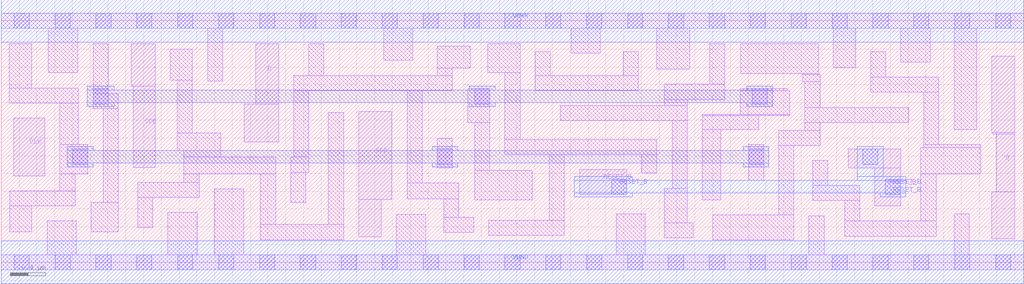
<source format=lef>
# Copyright 2020 The SkyWater PDK Authors
#
# Licensed under the Apache License, Version 2.0 (the "License");
# you may not use this file except in compliance with the License.
# You may obtain a copy of the License at
#
#     https://www.apache.org/licenses/LICENSE-2.0
#
# Unless required by applicable law or agreed to in writing, software
# distributed under the License is distributed on an "AS IS" BASIS,
# WITHOUT WARRANTIES OR CONDITIONS OF ANY KIND, either express or implied.
# See the License for the specific language governing permissions and
# limitations under the License.
#
# SPDX-License-Identifier: Apache-2.0

VERSION 5.7 ;
  NAMESCASESENSITIVE ON ;
  NOWIREEXTENSIONATPIN ON ;
  DIVIDERCHAR "/" ;
  BUSBITCHARS "[]" ;
UNITS
  DATABASE MICRONS 200 ;
END UNITS
MACRO sky130_fd_sc_hd__sdfrtp_1
  CLASS CORE ;
  FOREIGN sky130_fd_sc_hd__sdfrtp_1 ;
  ORIGIN  0.000000  0.000000 ;
  SIZE  11.50000 BY  2.720000 ;
  SYMMETRY X Y R90 ;
  SITE unithd ;
  PIN D
    ANTENNAGATEAREA  0.144000 ;
    DIRECTION INPUT ;
    USE SIGNAL ;
    PORT
      LAYER li1 ;
        RECT 2.735000 1.355000 3.120000 1.785000 ;
        RECT 2.865000 1.785000 3.120000 2.465000 ;
    END
  END D
  PIN Q
    ANTENNADIFFAREA  0.429000 ;
    DIRECTION OUTPUT ;
    USE SIGNAL ;
    PORT
      LAYER li1 ;
        RECT 11.140000 0.265000 11.400000 0.795000 ;
        RECT 11.140000 1.460000 11.400000 2.325000 ;
        RECT 11.150000 1.445000 11.400000 1.460000 ;
        RECT 11.190000 0.795000 11.400000 1.445000 ;
    END
  END Q
  PIN RESET_B
    ANTENNAGATEAREA  0.252000 ;
    DIRECTION INPUT ;
    USE SIGNAL ;
    PORT
      LAYER li1 ;
        RECT 6.505000 0.765000 7.035000 1.045000 ;
      LAYER mcon ;
        RECT 6.865000 0.765000 7.035000 0.935000 ;
    END
    PORT
      LAYER li1 ;
        RECT 9.525000 1.065000 10.115000 1.275000 ;
        RECT 9.825000 0.635000 10.115000 1.065000 ;
      LAYER mcon ;
        RECT 9.690000 1.105000  9.860000 1.275000 ;
        RECT 9.945000 0.765000 10.115000 0.935000 ;
    END
    PORT
      LAYER met1 ;
        RECT 6.445000 0.735000  7.095000 0.780000 ;
        RECT 6.445000 0.780000 10.175000 0.920000 ;
        RECT 6.445000 0.920000  7.095000 0.965000 ;
        RECT 9.630000 0.920000 10.175000 0.965000 ;
        RECT 9.630000 0.965000  9.920000 1.305000 ;
        RECT 9.885000 0.735000 10.175000 0.780000 ;
    END
  END RESET_B
  PIN SCD
    ANTENNAGATEAREA  0.156600 ;
    DIRECTION INPUT ;
    USE SIGNAL ;
    PORT
      LAYER li1 ;
        RECT 4.020000 0.285000 4.275000 0.710000 ;
        RECT 4.020000 0.710000 4.395000 1.700000 ;
    END
  END SCD
  PIN SCE
    ANTENNAGATEAREA  0.435000 ;
    DIRECTION INPUT ;
    USE SIGNAL ;
    PORT
      LAYER li1 ;
        RECT 1.465000 1.985000 1.730000 2.465000 ;
        RECT 1.485000 1.070000 1.730000 1.985000 ;
    END
  END SCE
  PIN CLK
    ANTENNAGATEAREA  0.247500 ;
    DIRECTION INPUT ;
    USE CLOCK ;
    PORT
      LAYER li1 ;
        RECT 0.140000 0.975000 0.490000 1.625000 ;
    END
  END CLK
  PIN VGND
    DIRECTION INOUT ;
    SHAPE ABUTMENT ;
    USE GROUND ;
    PORT
      LAYER met1 ;
        RECT 0.000000 -0.240000 11.500000 0.240000 ;
    END
  END VGND
  PIN VPWR
    DIRECTION INOUT ;
    SHAPE ABUTMENT ;
    USE POWER ;
    PORT
      LAYER met1 ;
        RECT 0.000000 2.480000 11.500000 2.960000 ;
    END
  END VPWR
  OBS
    LAYER li1 ;
      RECT  0.000000 -0.085000 11.500000 0.085000 ;
      RECT  0.000000  2.635000 11.500000 2.805000 ;
      RECT  0.090000  1.795000  0.865000 1.965000 ;
      RECT  0.090000  1.965000  0.345000 2.465000 ;
      RECT  0.095000  0.345000  0.345000 0.635000 ;
      RECT  0.095000  0.635000  0.835000 0.805000 ;
      RECT  0.515000  0.085000  0.845000 0.465000 ;
      RECT  0.530000  2.135000  0.860000 2.635000 ;
      RECT  0.660000  0.805000  0.835000 0.995000 ;
      RECT  0.660000  0.995000  0.975000 1.325000 ;
      RECT  0.660000  1.325000  0.865000 1.795000 ;
      RECT  1.015000  0.345000  1.315000 0.675000 ;
      RECT  1.035000  1.730000  1.315000 1.900000 ;
      RECT  1.035000  1.900000  1.205000 2.465000 ;
      RECT  1.145000  0.675000  1.315000 1.730000 ;
      RECT  1.535000  0.395000  1.705000 0.730000 ;
      RECT  1.535000  0.730000  2.225000 0.900000 ;
      RECT  1.875000  0.085000  2.205000 0.560000 ;
      RECT  1.900000  2.055000  2.150000 2.400000 ;
      RECT  1.980000  1.260000  2.470000 1.455000 ;
      RECT  1.980000  1.455000  2.150000 2.055000 ;
      RECT  2.055000  0.900000  2.225000 0.995000 ;
      RECT  2.055000  0.995000  3.085000 1.185000 ;
      RECT  2.055000  1.185000  2.470000 1.260000 ;
      RECT  2.320000  2.040000  2.490000 2.635000 ;
      RECT  2.395000  0.085000  2.725000 0.825000 ;
      RECT  2.915000  0.255000  3.850000 0.425000 ;
      RECT  2.915000  0.425000  3.085000 0.995000 ;
      RECT  3.255000  0.675000  3.425000 1.015000 ;
      RECT  3.255000  1.015000  3.460000 1.185000 ;
      RECT  3.290000  1.185000  3.460000 1.935000 ;
      RECT  3.290000  1.935000  5.075000 2.105000 ;
      RECT  3.460000  2.105000  3.630000 2.465000 ;
      RECT  3.680000  0.425000  3.850000 1.685000 ;
      RECT  4.300000  2.275000  4.630000 2.635000 ;
      RECT  4.445000  0.085000  4.775000 0.540000 ;
      RECT  4.565000  0.715000  5.145000 0.895000 ;
      RECT  4.565000  0.895000  4.735000 1.935000 ;
      RECT  4.905000  1.065000  5.075000 1.395000 ;
      RECT  4.905000  2.105000  5.075000 2.185000 ;
      RECT  4.905000  2.185000  5.275000 2.435000 ;
      RECT  4.975000  0.335000  5.315000 0.505000 ;
      RECT  4.975000  0.505000  5.145000 0.715000 ;
      RECT  5.245000  1.575000  5.495000 1.955000 ;
      RECT  5.325000  0.705000  5.975000 1.035000 ;
      RECT  5.325000  1.035000  5.495000 1.575000 ;
      RECT  5.470000  2.135000  5.835000 2.465000 ;
      RECT  5.485000  0.305000  6.335000 0.475000 ;
      RECT  5.665000  1.215000  7.375000 1.385000 ;
      RECT  5.665000  1.385000  5.835000 2.135000 ;
      RECT  6.005000  1.935000  7.165000 2.105000 ;
      RECT  6.005000  2.105000  6.175000 2.375000 ;
      RECT  6.165000  0.475000  6.335000 1.215000 ;
      RECT  6.285000  1.595000  7.715000 1.765000 ;
      RECT  6.410000  2.355000  6.740000 2.635000 ;
      RECT  6.915000  0.085000  7.245000 0.545000 ;
      RECT  6.995000  2.105000  7.165000 2.375000 ;
      RECT  7.205000  1.005000  7.375000 1.215000 ;
      RECT  7.375000  2.175000  7.745000 2.635000 ;
      RECT  7.455000  0.275000  7.785000 0.445000 ;
      RECT  7.455000  0.445000  7.715000 0.835000 ;
      RECT  7.455000  1.765000  7.715000 1.835000 ;
      RECT  7.455000  1.835000  8.140000 2.005000 ;
      RECT  7.545000  0.835000  7.715000 1.595000 ;
      RECT  7.885000  0.705000  8.095000 1.495000 ;
      RECT  7.885000  1.495000  8.520000 1.655000 ;
      RECT  7.885000  1.655000  8.870000 1.665000 ;
      RECT  7.970000  2.005000  8.140000 2.465000 ;
      RECT  8.005000  0.255000  8.915000 0.535000 ;
      RECT  8.310000  1.665000  8.870000 1.935000 ;
      RECT  8.310000  1.935000  8.840000 1.955000 ;
      RECT  8.320000  2.125000  9.190000 2.465000 ;
      RECT  8.405000  0.920000  8.575000 1.325000 ;
      RECT  8.745000  0.535000  8.915000 1.315000 ;
      RECT  8.745000  1.315000  9.210000 1.485000 ;
      RECT  9.015000  2.035000  9.210000 2.115000 ;
      RECT  9.015000  2.115000  9.190000 2.125000 ;
      RECT  9.040000  1.485000  9.210000 1.575000 ;
      RECT  9.040000  1.575000 10.205000 1.745000 ;
      RECT  9.040000  1.745000  9.210000 2.035000 ;
      RECT  9.085000  0.085000  9.255000 0.525000 ;
      RECT  9.125000  0.695000  9.655000 0.865000 ;
      RECT  9.125000  0.865000  9.295000 1.145000 ;
      RECT  9.360000  2.195000  9.610000 2.635000 ;
      RECT  9.485000  0.295000 10.515000 0.465000 ;
      RECT  9.485000  0.465000  9.655000 0.695000 ;
      RECT  9.780000  1.915000 10.545000 2.085000 ;
      RECT  9.780000  2.085000  9.950000 2.375000 ;
      RECT 10.120000  2.255000 10.450000 2.635000 ;
      RECT 10.345000  0.465000 10.515000 0.995000 ;
      RECT 10.345000  0.995000 11.020000 1.295000 ;
      RECT 10.375000  1.295000 11.020000 1.325000 ;
      RECT 10.375000  1.325000 10.545000 1.915000 ;
      RECT 10.720000  0.085000 10.890000 0.545000 ;
      RECT 10.720000  1.495000 10.970000 2.635000 ;
    LAYER mcon ;
      RECT  0.145000 -0.085000  0.315000 0.085000 ;
      RECT  0.145000  2.635000  0.315000 2.805000 ;
      RECT  0.605000 -0.085000  0.775000 0.085000 ;
      RECT  0.605000  2.635000  0.775000 2.805000 ;
      RECT  0.805000  1.105000  0.975000 1.275000 ;
      RECT  1.035000  1.785000  1.205000 1.955000 ;
      RECT  1.065000 -0.085000  1.235000 0.085000 ;
      RECT  1.065000  2.635000  1.235000 2.805000 ;
      RECT  1.525000 -0.085000  1.695000 0.085000 ;
      RECT  1.525000  2.635000  1.695000 2.805000 ;
      RECT  1.985000 -0.085000  2.155000 0.085000 ;
      RECT  1.985000  2.635000  2.155000 2.805000 ;
      RECT  2.445000 -0.085000  2.615000 0.085000 ;
      RECT  2.445000  2.635000  2.615000 2.805000 ;
      RECT  2.905000 -0.085000  3.075000 0.085000 ;
      RECT  2.905000  2.635000  3.075000 2.805000 ;
      RECT  3.365000 -0.085000  3.535000 0.085000 ;
      RECT  3.365000  2.635000  3.535000 2.805000 ;
      RECT  3.825000 -0.085000  3.995000 0.085000 ;
      RECT  3.825000  2.635000  3.995000 2.805000 ;
      RECT  4.285000 -0.085000  4.455000 0.085000 ;
      RECT  4.285000  2.635000  4.455000 2.805000 ;
      RECT  4.745000 -0.085000  4.915000 0.085000 ;
      RECT  4.745000  2.635000  4.915000 2.805000 ;
      RECT  4.905000  1.105000  5.075000 1.275000 ;
      RECT  5.205000 -0.085000  5.375000 0.085000 ;
      RECT  5.205000  2.635000  5.375000 2.805000 ;
      RECT  5.325000  1.785000  5.495000 1.955000 ;
      RECT  5.665000 -0.085000  5.835000 0.085000 ;
      RECT  5.665000  2.635000  5.835000 2.805000 ;
      RECT  6.125000 -0.085000  6.295000 0.085000 ;
      RECT  6.125000  2.635000  6.295000 2.805000 ;
      RECT  6.585000 -0.085000  6.755000 0.085000 ;
      RECT  6.585000  2.635000  6.755000 2.805000 ;
      RECT  7.045000 -0.085000  7.215000 0.085000 ;
      RECT  7.045000  2.635000  7.215000 2.805000 ;
      RECT  7.505000 -0.085000  7.675000 0.085000 ;
      RECT  7.505000  2.635000  7.675000 2.805000 ;
      RECT  7.965000 -0.085000  8.135000 0.085000 ;
      RECT  7.965000  2.635000  8.135000 2.805000 ;
      RECT  8.405000  1.105000  8.575000 1.275000 ;
      RECT  8.425000 -0.085000  8.595000 0.085000 ;
      RECT  8.425000  2.635000  8.595000 2.805000 ;
      RECT  8.445000  1.785000  8.615000 1.955000 ;
      RECT  8.885000 -0.085000  9.055000 0.085000 ;
      RECT  8.885000  2.635000  9.055000 2.805000 ;
      RECT  9.345000 -0.085000  9.515000 0.085000 ;
      RECT  9.345000  2.635000  9.515000 2.805000 ;
      RECT  9.805000 -0.085000  9.975000 0.085000 ;
      RECT  9.805000  2.635000  9.975000 2.805000 ;
      RECT 10.265000 -0.085000 10.435000 0.085000 ;
      RECT 10.265000  2.635000 10.435000 2.805000 ;
      RECT 10.725000 -0.085000 10.895000 0.085000 ;
      RECT 10.725000  2.635000 10.895000 2.805000 ;
      RECT 11.185000 -0.085000 11.355000 0.085000 ;
      RECT 11.185000  2.635000 11.355000 2.805000 ;
    LAYER met1 ;
      RECT 0.745000 1.075000 1.035000 1.120000 ;
      RECT 0.745000 1.120000 8.635000 1.260000 ;
      RECT 0.745000 1.260000 1.035000 1.305000 ;
      RECT 0.970000 1.755000 1.270000 1.800000 ;
      RECT 0.970000 1.800000 8.675000 1.940000 ;
      RECT 0.970000 1.940000 1.270000 1.985000 ;
      RECT 4.845000 1.075000 5.135000 1.120000 ;
      RECT 4.845000 1.260000 5.135000 1.305000 ;
      RECT 5.265000 1.755000 5.555000 1.800000 ;
      RECT 5.265000 1.940000 5.555000 1.985000 ;
      RECT 8.345000 1.075000 8.635000 1.120000 ;
      RECT 8.345000 1.260000 8.635000 1.305000 ;
      RECT 8.385000 1.755000 8.675000 1.800000 ;
      RECT 8.385000 1.940000 8.675000 1.985000 ;
  END
END sky130_fd_sc_hd__sdfrtp_1
END LIBRARY

</source>
